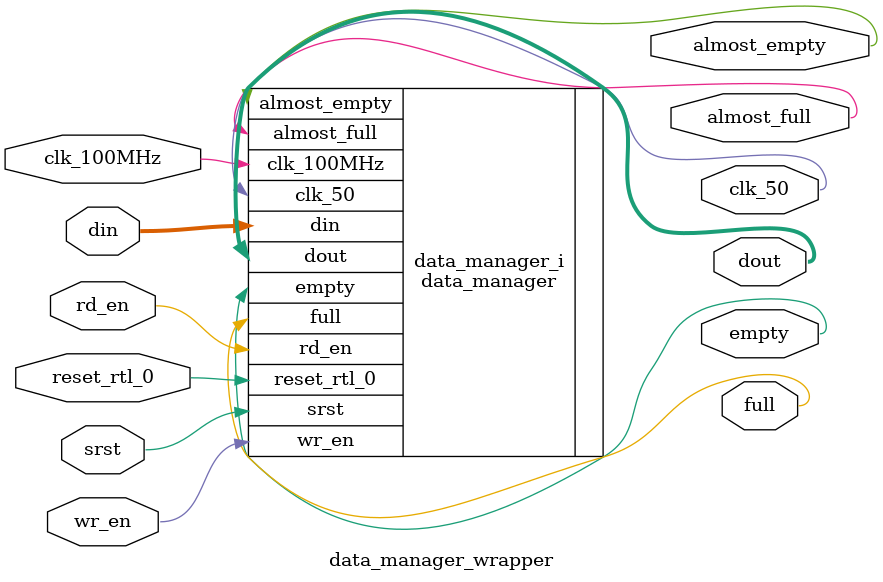
<source format=v>
`timescale 1 ps / 1 ps

module data_manager_wrapper
   (almost_empty,
    almost_full,
    clk_100MHz,
    clk_50,
    din,
    dout,
    empty,
    full,
    rd_en,
    reset_rtl_0,
    srst,
    wr_en);
  output almost_empty;
  output almost_full;
  input clk_100MHz;
  output clk_50;
  input [15:0]din;
  output [31:0]dout;
  output empty;
  output full;
  input rd_en;
  input reset_rtl_0;
  input srst;
  input wr_en;

  wire almost_empty;
  wire almost_full;
  wire clk_100MHz;
  wire clk_50;
  wire [15:0]din;
  wire [31:0]dout;
  wire empty;
  wire full;
  wire rd_en;
  wire reset_rtl_0;
  wire srst;
  wire wr_en;

  data_manager data_manager_i
       (.almost_empty(almost_empty),
        .almost_full(almost_full),
        .clk_100MHz(clk_100MHz),
        .clk_50(clk_50),
        .din(din),
        .dout(dout),
        .empty(empty),
        .full(full),
        .rd_en(rd_en),
        .reset_rtl_0(reset_rtl_0),
        .srst(srst),
        .wr_en(wr_en));
endmodule

</source>
